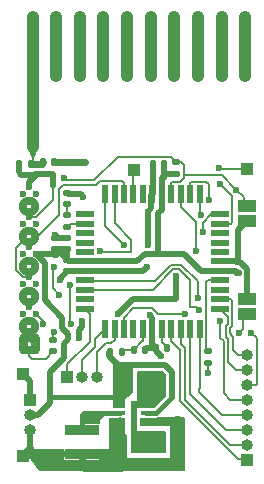
<source format=gbr>
%TF.GenerationSoftware,KiCad,Pcbnew,8.0.9-8.0.9-0~ubuntu22.04.1*%
%TF.CreationDate,2025-05-09T09:37:54+02:00*%
%TF.ProjectId,HB_Stamp_IO_ATMega1284P_FUEL4EP,48425f53-7461-46d7-905f-494f5f41544d,1.1*%
%TF.SameCoordinates,Original*%
%TF.FileFunction,Copper,L1,Top*%
%TF.FilePolarity,Positive*%
%FSLAX46Y46*%
G04 Gerber Fmt 4.6, Leading zero omitted, Abs format (unit mm)*
G04 Created by KiCad (PCBNEW 8.0.9-8.0.9-0~ubuntu22.04.1) date 2025-05-09 09:37:54*
%MOMM*%
%LPD*%
G01*
G04 APERTURE LIST*
G04 Aperture macros list*
%AMRoundRect*
0 Rectangle with rounded corners*
0 $1 Rounding radius*
0 $2 $3 $4 $5 $6 $7 $8 $9 X,Y pos of 4 corners*
0 Add a 4 corners polygon primitive as box body*
4,1,4,$2,$3,$4,$5,$6,$7,$8,$9,$2,$3,0*
0 Add four circle primitives for the rounded corners*
1,1,$1+$1,$2,$3*
1,1,$1+$1,$4,$5*
1,1,$1+$1,$6,$7*
1,1,$1+$1,$8,$9*
0 Add four rect primitives between the rounded corners*
20,1,$1+$1,$2,$3,$4,$5,0*
20,1,$1+$1,$4,$5,$6,$7,0*
20,1,$1+$1,$6,$7,$8,$9,0*
20,1,$1+$1,$8,$9,$2,$3,0*%
%AMOutline4P*
0 Free polygon, 4 corners , with rotation*
0 The origin of the aperture is its center*
0 number of corners: always 4*
0 $1 to $8 corner X, Y*
0 $9 Rotation angle, in degrees counterclockwise*
0 create outline with 4 corners*
4,1,4,$1,$2,$3,$4,$5,$6,$7,$8,$1,$2,$9*%
%AMFreePoly0*
4,1,48,0.039158,0.847433,0.114805,0.827164,0.182628,0.788006,0.238006,0.732628,0.277164,0.664805,0.297433,0.589158,0.300000,0.550000,0.300000,-0.550000,0.297433,-0.589158,0.277164,-0.664805,0.238006,-0.732628,0.182628,-0.788006,0.114805,-0.827164,0.039158,-0.847433,0.000000,-0.850000,-1.100000,-0.850000,-1.139158,-0.847433,-1.214805,-0.827164,-1.282628,-0.788006,-1.338006,-0.732628,
-1.377164,-0.664805,-1.397433,-0.589158,-1.400000,-0.550000,-1.400000,0.000000,-0.705291,0.000000,-0.684486,-0.077646,-0.627646,-0.134486,-0.550000,-0.155291,-0.472354,-0.134486,-0.415514,-0.077646,-0.394709,0.000000,-0.415514,0.077645,-0.472354,0.134486,-0.550000,0.155291,-0.627645,0.134486,-0.684486,0.077645,-0.705291,0.000000,-1.400000,0.000000,-1.400000,0.550000,-1.397433,0.589158,
-1.377164,0.664805,-1.338006,0.732628,-1.282628,0.788006,-1.214805,0.827164,-1.139158,0.847433,-1.100000,0.850000,0.000000,0.850000,0.039158,0.847433,0.039158,0.847433,$1*%
%AMFreePoly1*
4,1,49,0.052363,0.295344,0.088849,0.295344,0.262664,0.258398,0.425000,0.186122,0.568761,0.081673,0.687664,-0.050383,0.776514,-0.204274,0.831425,-0.373275,0.850000,-0.550000,0.831425,-0.726725,0.776514,-0.895726,0.687664,-1.049617,0.568761,-1.181673,0.425000,-1.286122,0.262664,-1.358398,0.088849,-1.395344,-0.088849,-1.395344,-0.262664,-1.358398,-0.425000,-1.286122,-0.568761,-1.181673,
-0.687664,-1.049617,-0.776514,-0.895726,-0.831425,-0.726725,-0.850000,-0.550000,-0.155291,-0.550000,-0.134486,-0.627646,-0.077646,-0.684486,0.000000,-0.705291,0.077646,-0.684486,0.134486,-0.627646,0.155291,-0.550000,0.134486,-0.472355,0.077646,-0.415514,0.000000,-0.394709,-0.077645,-0.415514,-0.134486,-0.472355,-0.155291,-0.550000,-0.850000,-0.550000,-0.831425,-0.373275,-0.776514,-0.204274,
-0.687664,-0.050383,-0.568761,0.081673,-0.425000,0.186122,-0.262664,0.258398,-0.088849,0.295344,-0.052363,0.295344,-0.052094,0.295442,0.052094,0.295442,0.052363,0.295344,0.052363,0.295344,$1*%
G04 Aperture macros list end*
%TA.AperFunction,EtchedComponent*%
%ADD10C,1.000000*%
%TD*%
%TA.AperFunction,EtchedComponent*%
%ADD11C,0.000000*%
%TD*%
%TA.AperFunction,SMDPad,CuDef*%
%ADD12R,1.000000X1.000000*%
%TD*%
%TA.AperFunction,SMDPad,CuDef*%
%ADD13RoundRect,0.147500X-0.172500X0.147500X-0.172500X-0.147500X0.172500X-0.147500X0.172500X0.147500X0*%
%TD*%
%TA.AperFunction,SMDPad,CuDef*%
%ADD14RoundRect,0.140000X0.170000X-0.140000X0.170000X0.140000X-0.170000X0.140000X-0.170000X-0.140000X0*%
%TD*%
%TA.AperFunction,SMDPad,CuDef*%
%ADD15RoundRect,0.135000X0.185000X-0.135000X0.185000X0.135000X-0.185000X0.135000X-0.185000X-0.135000X0*%
%TD*%
%TA.AperFunction,SMDPad,CuDef*%
%ADD16RoundRect,0.140000X-0.140000X-0.170000X0.140000X-0.170000X0.140000X0.170000X-0.140000X0.170000X0*%
%TD*%
%TA.AperFunction,SMDPad,CuDef*%
%ADD17RoundRect,0.135000X-0.135000X-0.185000X0.135000X-0.185000X0.135000X0.185000X-0.135000X0.185000X0*%
%TD*%
%TA.AperFunction,SMDPad,CuDef*%
%ADD18RoundRect,0.250000X-0.250000X-0.475000X0.250000X-0.475000X0.250000X0.475000X-0.250000X0.475000X0*%
%TD*%
%TA.AperFunction,SMDPad,CuDef*%
%ADD19RoundRect,0.140000X0.140000X0.170000X-0.140000X0.170000X-0.140000X-0.170000X0.140000X-0.170000X0*%
%TD*%
%TA.AperFunction,SMDPad,CuDef*%
%ADD20R,3.000000X0.900000*%
%TD*%
%TA.AperFunction,SMDPad,CuDef*%
%ADD21RoundRect,0.100000X0.350000X0.100000X-0.350000X0.100000X-0.350000X-0.100000X0.350000X-0.100000X0*%
%TD*%
%TA.AperFunction,SMDPad,CuDef*%
%ADD22R,0.550000X1.500000*%
%TD*%
%TA.AperFunction,SMDPad,CuDef*%
%ADD23R,1.500000X0.550000*%
%TD*%
%TA.AperFunction,ComponentPad*%
%ADD24R,1.000000X1.000000*%
%TD*%
%TA.AperFunction,ComponentPad*%
%ADD25O,1.000000X1.000000*%
%TD*%
%TA.AperFunction,ComponentPad*%
%ADD26C,1.000000*%
%TD*%
%TA.AperFunction,SMDPad,CuDef*%
%ADD27Outline4P,-0.350000X-0.400000X0.350000X-0.400000X0.050000X0.400000X-0.050000X0.400000X180.000000*%
%TD*%
%TA.AperFunction,SMDPad,CuDef*%
%ADD28C,0.600000*%
%TD*%
%TA.AperFunction,SMDPad,CuDef*%
%ADD29FreePoly0,180.000000*%
%TD*%
%TA.AperFunction,SMDPad,CuDef*%
%ADD30FreePoly1,180.000000*%
%TD*%
%TA.AperFunction,SMDPad,CuDef*%
%ADD31RoundRect,0.140000X-0.170000X0.140000X-0.170000X-0.140000X0.170000X-0.140000X0.170000X0.140000X0*%
%TD*%
%TA.AperFunction,SMDPad,CuDef*%
%ADD32R,1.500000X1.000000*%
%TD*%
%TA.AperFunction,SMDPad,CuDef*%
%ADD33RoundRect,0.135000X-0.185000X0.135000X-0.185000X-0.135000X0.185000X-0.135000X0.185000X0.135000X0*%
%TD*%
%TA.AperFunction,SMDPad,CuDef*%
%ADD34RoundRect,0.147500X0.147500X0.172500X-0.147500X0.172500X-0.147500X-0.172500X0.147500X-0.172500X0*%
%TD*%
%TA.AperFunction,SMDPad,CuDef*%
%ADD35C,0.500000*%
%TD*%
%TA.AperFunction,ViaPad*%
%ADD36C,0.600000*%
%TD*%
%TA.AperFunction,Conductor*%
%ADD37C,0.200000*%
%TD*%
%TA.AperFunction,Conductor*%
%ADD38C,0.500000*%
%TD*%
%TA.AperFunction,Conductor*%
%ADD39C,0.400000*%
%TD*%
%TA.AperFunction,Conductor*%
%ADD40C,0.600000*%
%TD*%
G04 APERTURE END LIST*
D10*
%TO.C,AE1*%
X2049000Y27861500D02*
X2049000Y38861500D01*
X4049000Y38861500D02*
X4049000Y33861500D01*
X6049000Y38861500D02*
X6049000Y33861500D01*
X8049000Y38861500D02*
X8049000Y33861500D01*
X10049000Y38861500D02*
X10049000Y33861500D01*
X12049000Y38861500D02*
X12049000Y33861500D01*
X14049000Y38861500D02*
X14049000Y33861500D01*
X16049000Y38861500D02*
X16049000Y33861500D01*
X18049000Y38861500D02*
X18049000Y33861500D01*
X20049000Y38861500D02*
X20049000Y33861500D01*
D11*
%TA.AperFunction,EtchedComponent*%
%TO.C,NT1*%
G36*
X4060000Y24544400D02*
G01*
X3560000Y24544400D01*
X3560000Y25544400D01*
X4060000Y25544400D01*
X4060000Y24544400D01*
G37*
%TD.AperFunction*%
%TD*%
D12*
%TO.P,TP3,1,1*%
%TO.N,Net-(U1-XTAL1)*%
X10600000Y25900000D03*
%TD*%
D13*
%TO.P,D1,1,K*%
%TO.N,GND*%
X4953000Y23980000D03*
%TO.P,D1,2,A*%
%TO.N,Net-(D1-A)*%
X4953000Y23010000D03*
%TD*%
D14*
%TO.P,C1,1*%
%TO.N,/DTR*%
X3810000Y10569000D03*
%TO.P,C1,2*%
%TO.N,/RSETB*%
X3810000Y11529000D03*
%TD*%
D15*
%TO.P,R4,1*%
%TO.N,Net-(U1-PD4)*%
X4951000Y21080000D03*
%TO.P,R4,2*%
%TO.N,Net-(D1-A)*%
X4951000Y22100000D03*
%TD*%
%TO.P,R1,1*%
%TO.N,VCC*%
X14224000Y25525000D03*
%TO.P,R1,2*%
%TO.N,/RSETB*%
X14224000Y26545000D03*
%TD*%
D16*
%TO.P,C2,1*%
%TO.N,GND*%
X12506000Y10829000D03*
%TO.P,C2,2*%
%TO.N,Net-(U1-AREF)*%
X13466000Y10829000D03*
%TD*%
D14*
%TO.P,C4,1*%
%TO.N,VCC*%
X19429000Y17173000D03*
%TO.P,C4,2*%
%TO.N,GND*%
X19429000Y18133000D03*
%TD*%
D16*
%TO.P,C6,1*%
%TO.N,GND*%
X12220000Y25400000D03*
%TO.P,C6,2*%
%TO.N,VCC*%
X13180000Y25400000D03*
%TD*%
%TO.P,C8,1*%
%TO.N,Net-(U1-AVCC)*%
X10601000Y10702000D03*
%TO.P,C8,2*%
%TO.N,GND*%
X11561000Y10702000D03*
%TD*%
D17*
%TO.P,R2,1*%
%TO.N,VCC*%
X8583200Y10515600D03*
%TO.P,R2,2*%
%TO.N,Net-(U1-AVCC)*%
X9603200Y10515600D03*
%TD*%
D18*
%TO.P,C5,1*%
%TO.N,/plusBAT*%
X9575000Y2810000D03*
%TO.P,C5,2*%
%TO.N,GND*%
X11475000Y2810000D03*
%TD*%
D14*
%TO.P,C11,1*%
%TO.N,VCC*%
X4953000Y19205000D03*
%TO.P,C11,2*%
%TO.N,GND*%
X4953000Y20165000D03*
%TD*%
%TO.P,C12,1*%
%TO.N,VCC*%
X3937000Y19205000D03*
%TO.P,C12,2*%
%TO.N,GND*%
X3937000Y20165000D03*
%TD*%
D19*
%TO.P,C13,1*%
%TO.N,/ANT*%
X3909000Y26543000D03*
%TO.P,C13,2*%
%TO.N,Net-(AE1-A)*%
X2949000Y26543000D03*
%TD*%
D20*
%TO.P,L1,1,1*%
%TO.N,/plusBAT*%
X6207000Y1821000D03*
%TO.P,L1,2,2*%
%TO.N,/L*%
X6207000Y3921000D03*
%TD*%
D21*
%TO.P,U2,1,VIN*%
%TO.N,/plusBAT*%
X11625000Y4700000D03*
%TO.P,U2,2,FB*%
%TO.N,VCC*%
X11625000Y5350000D03*
%TO.P,U2,3,GND*%
%TO.N,GND*%
X11625000Y6000000D03*
%TO.P,U2,4,VOUT*%
%TO.N,VCC*%
X9425000Y6000000D03*
%TO.P,U2,5,L*%
%TO.N,/L*%
X9425000Y5350000D03*
%TO.P,U2,6,EN*%
%TO.N,/plusBAT*%
X9425000Y4700000D03*
%TD*%
D18*
%TO.P,C9,1*%
%TO.N,VCC*%
X9575000Y8144000D03*
%TO.P,C9,2*%
%TO.N,GND*%
X11475000Y8144000D03*
%TD*%
D22*
%TO.P,U1,1,PB5*%
%TO.N,/MOSI*%
X16190000Y23861000D03*
%TO.P,U1,2,PB6*%
%TO.N,/MISO*%
X15390000Y23861000D03*
%TO.P,U1,3,PB7*%
%TO.N,/SCK*%
X14590000Y23861000D03*
%TO.P,U1,4,~{RESET}*%
%TO.N,/RSETB*%
X13790000Y23861000D03*
%TO.P,U1,5,VCC*%
%TO.N,VCC*%
X12990000Y23861000D03*
%TO.P,U1,6,GND*%
%TO.N,GND*%
X12190000Y23861000D03*
%TO.P,U1,7,XTAL2*%
%TO.N,unconnected-(U1-XTAL2-Pad7)*%
X11390000Y23861000D03*
%TO.P,U1,8,XTAL1*%
%TO.N,Net-(U1-XTAL1)*%
X10590000Y23861000D03*
%TO.P,U1,9,PD0*%
%TO.N,/RXD0*%
X9790000Y23861000D03*
%TO.P,U1,10,PD1*%
%TO.N,/TXD0*%
X8990000Y23861000D03*
%TO.P,U1,11,PD2*%
%TO.N,/D2*%
X8190000Y23861000D03*
D23*
%TO.P,U1,12,PD3*%
%TO.N,unconnected-(U1-PD3-Pad12)*%
X6490000Y22161000D03*
%TO.P,U1,13,PD4*%
%TO.N,Net-(U1-PD4)*%
X6490000Y21361000D03*
%TO.P,U1,14,PD5*%
%TO.N,unconnected-(U1-PD5-Pad14)*%
X6490000Y20561000D03*
%TO.P,U1,15,PD6*%
%TO.N,unconnected-(U1-PD6-Pad15)*%
X6490000Y19761000D03*
%TO.P,U1,16,PD7*%
%TO.N,unconnected-(U1-PD7-Pad16)*%
X6490000Y18961000D03*
%TO.P,U1,17,VCC*%
%TO.N,VCC*%
X6490000Y18161000D03*
%TO.P,U1,18,GND*%
%TO.N,GND*%
X6490000Y17361000D03*
%TO.P,U1,19,PC0*%
%TO.N,/SCL*%
X6490000Y16561000D03*
%TO.P,U1,20,PC1*%
%TO.N,/SDA*%
X6490000Y15761000D03*
%TO.P,U1,21,PC2*%
%TO.N,unconnected-(U1-PC2-Pad21)*%
X6490000Y14961000D03*
%TO.P,U1,22,PC3*%
%TO.N,/C3*%
X6490000Y14161000D03*
D22*
%TO.P,U1,23,PC4*%
%TO.N,/C4*%
X8190000Y12461000D03*
%TO.P,U1,24,PC5*%
%TO.N,/C5*%
X8990000Y12461000D03*
%TO.P,U1,25,PC6*%
%TO.N,/CONFIG*%
X9790000Y12461000D03*
%TO.P,U1,26,PC7*%
%TO.N,unconnected-(U1-PC7-Pad26)*%
X10590000Y12461000D03*
%TO.P,U1,27,AVCC*%
%TO.N,Net-(U1-AVCC)*%
X11390000Y12461000D03*
%TO.P,U1,28,GND*%
%TO.N,GND*%
X12190000Y12461000D03*
%TO.P,U1,29,AREF*%
%TO.N,Net-(U1-AREF)*%
X12990000Y12461000D03*
%TO.P,U1,30,PA7*%
%TO.N,/A7*%
X13790000Y12461000D03*
%TO.P,U1,31,PA6*%
%TO.N,/A6*%
X14590000Y12461000D03*
%TO.P,U1,32,PA5*%
%TO.N,/A5*%
X15390000Y12461000D03*
%TO.P,U1,33,PA4*%
%TO.N,/A4*%
X16190000Y12461000D03*
D23*
%TO.P,U1,34,PA3*%
%TO.N,/A3*%
X17890000Y14161000D03*
%TO.P,U1,35,PA2*%
%TO.N,/A2*%
X17890000Y14961000D03*
%TO.P,U1,36,PA1*%
%TO.N,unconnected-(U1-PA1-Pad36)*%
X17890000Y15761000D03*
%TO.P,U1,37,PA0*%
%TO.N,Net-(U1-PA0)*%
X17890000Y16561000D03*
%TO.P,U1,38,VCC*%
%TO.N,VCC*%
X17890000Y17361000D03*
%TO.P,U1,39,GND*%
%TO.N,GND*%
X17890000Y18161000D03*
%TO.P,U1,40,PB0*%
%TO.N,unconnected-(U1-PB0-Pad40)*%
X17890000Y18961000D03*
%TO.P,U1,41,PB1*%
%TO.N,unconnected-(U1-PB1-Pad41)*%
X17890000Y19761000D03*
%TO.P,U1,42,PB2*%
%TO.N,unconnected-(U1-PB2-Pad42)*%
X17890000Y20561000D03*
%TO.P,U1,43,PB3*%
%TO.N,/B3*%
X17890000Y21361000D03*
%TO.P,U1,44,PB4*%
%TO.N,/SS*%
X17890000Y22161000D03*
%TD*%
D19*
%TO.P,C3,1*%
%TO.N,VCC*%
X13180000Y26416000D03*
%TO.P,C3,2*%
%TO.N,GND*%
X12220000Y26416000D03*
%TD*%
D24*
%TO.P,J1,1,Pin_1*%
%TO.N,GND*%
X1828800Y6451600D03*
D25*
%TO.P,J1,2,Pin_2*%
%TO.N,VCC*%
X1828800Y5181600D03*
%TO.P,J1,3,Pin_3*%
%TO.N,/plusBAT*%
X1828800Y3911600D03*
%TD*%
D26*
%TO.P,AE1,*%
%TO.N,*%
X2049000Y38861500D03*
X4049000Y38861500D03*
X4049000Y33861500D03*
X6049000Y38861500D03*
X6049000Y33861500D03*
X8049000Y38861500D03*
X8049000Y33861500D03*
X10049000Y38861500D03*
X10049000Y33861500D03*
X12049000Y38861500D03*
X12049000Y33861500D03*
X14049000Y38861500D03*
X14049000Y33861500D03*
X16049000Y38861500D03*
X16049000Y33861500D03*
X18049000Y38861500D03*
X18049000Y33861500D03*
X20049000Y38861500D03*
X20049000Y33861500D03*
D27*
%TO.P,AE1,1,A*%
%TO.N,Net-(AE1-A)*%
X2049000Y27161500D03*
%TD*%
D24*
%TO.P,J5,1,Pin_1*%
%TO.N,/C3*%
X4978400Y8382000D03*
D25*
%TO.P,J5,2,Pin_2*%
%TO.N,/C4*%
X6248400Y8382000D03*
%TO.P,J5,3,Pin_3*%
%TO.N,/C5*%
X7518400Y8382000D03*
%TD*%
D24*
%TO.P,J6,1,Pin_1*%
%TO.N,/B3*%
X20167600Y26009600D03*
%TD*%
D28*
%TO.P,J2,1,Pin_1*%
%TO.N,/DTR*%
X2328000Y11176000D03*
X1778000Y10626000D03*
X1778000Y11726000D03*
D29*
X1228000Y11176000D03*
D28*
%TO.P,J2,2,Pin_2*%
%TO.N,/TXD0*%
X2328000Y13716000D03*
D30*
X1778000Y13166000D03*
D28*
X1778000Y14266000D03*
X1228000Y13716000D03*
%TO.P,J2,3,Pin_3*%
%TO.N,/RXD0*%
X2328000Y16256000D03*
D30*
X1778000Y15706000D03*
D28*
X1778000Y16806000D03*
X1228000Y16256000D03*
%TO.P,J2,4,Pin_4*%
%TO.N,VCC*%
X2328000Y18796000D03*
D30*
X1778000Y18246000D03*
D28*
X1778000Y19346000D03*
X1228000Y18796000D03*
%TO.P,J2,5,Pin_5*%
%TO.N,/CTS*%
X2328000Y21336000D03*
D30*
X1778000Y20786000D03*
D28*
X1778000Y21886000D03*
X1228000Y21336000D03*
%TO.P,J2,6,Pin_6*%
%TO.N,GND*%
X2328000Y23876000D03*
D30*
X1778000Y23326000D03*
D28*
X1778000Y24426000D03*
X1228000Y23876000D03*
%TD*%
D24*
%TO.P,J4,1,Pin_1*%
%TO.N,/A7*%
X20167600Y1371600D03*
D25*
%TO.P,J4,2,Pin_2*%
%TO.N,/A6*%
X20167600Y2641600D03*
%TO.P,J4,3,Pin_3*%
%TO.N,/A5*%
X20167600Y3911600D03*
%TO.P,J4,4,Pin_4*%
%TO.N,/A4*%
X20167600Y5181600D03*
%TO.P,J4,5,Pin_5*%
%TO.N,/SCL*%
X20167600Y6451600D03*
%TO.P,J4,6,Pin_6*%
%TO.N,/SDA*%
X20167600Y7721600D03*
%TO.P,J4,7,Pin_7*%
%TO.N,/A3*%
X20167600Y8991600D03*
%TO.P,J4,8,Pin_8*%
%TO.N,/A2*%
X20167600Y10261600D03*
%TD*%
D31*
%TO.P,C7,1*%
%TO.N,VCC*%
X4985000Y18294000D03*
%TO.P,C7,2*%
%TO.N,GND*%
X4985000Y17334000D03*
%TD*%
D32*
%TO.P,JP2,1,A*%
%TO.N,/CONFIG*%
X20193000Y13701000D03*
%TO.P,JP2,2,B*%
%TO.N,GND*%
X20193000Y15001000D03*
%TD*%
%TO.P,JP1,1,A*%
%TO.N,GND*%
X20193000Y21575000D03*
%TO.P,JP1,2,B*%
%TO.N,/RSETB*%
X20193000Y22875000D03*
%TD*%
D33*
%TO.P,R3,1*%
%TO.N,Net-(U1-PA0)*%
X16865600Y10568400D03*
%TO.P,R3,2*%
%TO.N,/plusBAT*%
X16865600Y9548400D03*
%TD*%
D12*
%TO.P,TP2,1,1*%
%TO.N,/plusBAT*%
X1270000Y1727200D03*
%TD*%
D34*
%TO.P,L2,1,1*%
%TO.N,Net-(AE1-A)*%
X1882000Y26416000D03*
%TO.P,L2,2,2*%
%TO.N,GND*%
X912000Y26416000D03*
%TD*%
D35*
%TO.P,NT1,1,1*%
%TO.N,GND*%
X3810000Y25544400D03*
%TO.P,NT1,2,2*%
%TO.N,/CTS*%
X3810000Y24544400D03*
%TD*%
D12*
%TO.P,TP1,1,1*%
%TO.N,GND*%
X1270000Y8636000D03*
%TD*%
D36*
%TO.N,GND*%
X11957454Y13615936D03*
X14224000Y16891000D03*
X12943781Y10146292D03*
X3979911Y20404089D03*
X12700000Y8382000D03*
X6259600Y13081000D03*
X11811000Y19558000D03*
X19431000Y19177000D03*
X5969000Y11684000D03*
X11747500Y17716500D03*
X2413000Y25527000D03*
X9271000Y13716000D03*
X6350000Y23622000D03*
X4345247Y16549501D03*
X12700000Y7239000D03*
X11811000Y22352000D03*
%TO.N,/SS*%
X16474855Y20670249D03*
%TO.N,/D2*%
X9779000Y19558000D03*
%TO.N,/SCL*%
X16044911Y15070089D03*
X17932400Y13157200D03*
%TO.N,/SDA*%
X16154400Y14020800D03*
X20574000Y12090400D03*
%TO.N,/MOSI*%
X16282502Y22098000D03*
%TO.N,/SCK*%
X4318000Y15350001D03*
X3827500Y17653000D03*
X15875355Y19048111D03*
%TO.N,/MISO*%
X16964502Y23368000D03*
%TO.N,VCC*%
X4699000Y10795000D03*
X4064001Y18668999D03*
%TO.N,/plusBAT*%
X14351000Y4826000D03*
X16865600Y8686800D03*
X12828000Y4700000D03*
X8763000Y3937000D03*
%TO.N,/CONFIG*%
X19558000Y12141200D03*
X14986000Y13716000D03*
%TO.N,/RSETB*%
X3859055Y12227500D03*
X19304922Y24235517D03*
X4734500Y25237500D03*
%TO.N,/TXD0*%
X2923399Y12866436D03*
X7747000Y19050000D03*
X5210925Y16153427D03*
X5334000Y12827000D03*
%TO.N,/ANT*%
X6477000Y26543000D03*
%TO.N,/B3*%
X17881600Y24739598D03*
X17847833Y26090400D03*
%TD*%
D37*
%TO.N,Net-(U1-XTAL1)*%
X10590000Y23861000D02*
X10590000Y25890000D01*
%TO.N,/RSETB*%
X14224000Y26545000D02*
X13743000Y27026000D01*
X13743000Y27026000D02*
X9246000Y27026000D01*
X9246000Y27026000D02*
X7239000Y25019000D01*
X4953000Y25019000D02*
X4734500Y25237500D01*
X7239000Y25019000D02*
X4953000Y25019000D01*
D38*
%TO.N,GND*%
X19613386Y18133000D02*
X20193000Y17553386D01*
X5098501Y23834499D02*
X6137501Y23834499D01*
X12190000Y11145000D02*
X12506000Y10829000D01*
X11688000Y10829000D02*
X11561000Y10702000D01*
X12220000Y25400000D02*
X12220000Y23891000D01*
X1828800Y8077200D02*
X1270000Y8636000D01*
X12115000Y23786000D02*
X12115000Y22661000D01*
X19431000Y19177000D02*
X19431000Y20813000D01*
X12220000Y23891000D02*
X12190000Y23861000D01*
X4345247Y16694247D02*
X4345247Y16549501D01*
X912000Y25713007D02*
X1106007Y25519000D01*
D39*
X10525000Y3760000D02*
X10525000Y5750000D01*
D38*
X2405000Y25519000D02*
X2413000Y25527000D01*
X4953000Y20165000D02*
X4219000Y20165000D01*
X12115000Y22661000D02*
X11806000Y22352000D01*
X11392000Y17361000D02*
X11747500Y17716500D01*
X10541000Y14986000D02*
X14224000Y14986000D01*
X12220000Y26416000D02*
X12220000Y25400000D01*
X12190000Y12461000D02*
X12190000Y13383390D01*
X19429000Y18133000D02*
X19613386Y18133000D01*
X17890000Y18161000D02*
X19401000Y18161000D01*
X3810000Y25544400D02*
X2430400Y25544400D01*
X11625000Y6917000D02*
X11625000Y7994000D01*
X20193000Y17553386D02*
X20193000Y15001000D01*
X12462000Y8144000D02*
X12700000Y8382000D01*
D39*
X10775000Y6000000D02*
X11625000Y6000000D01*
D38*
X4219000Y20165000D02*
X3979911Y20404089D01*
X12190000Y12461000D02*
X12190000Y11145000D01*
X19431000Y19177000D02*
X19431000Y18135000D01*
X912000Y26416000D02*
X912000Y25713007D01*
X12506000Y10829000D02*
X12506000Y10584073D01*
X4953000Y23980000D02*
X5098501Y23834499D01*
X5969000Y11684000D02*
X5969000Y12319000D01*
X11806000Y22352000D02*
X11811000Y22352000D01*
X11811000Y22352000D02*
X11811000Y19558000D01*
X11625000Y6000000D02*
X11625000Y6917000D01*
D39*
X10525000Y5750000D02*
X10775000Y6000000D01*
D38*
X1106007Y25519000D02*
X2405000Y25519000D01*
X6490000Y17361000D02*
X5012000Y17361000D01*
X19431000Y20813000D02*
X20193000Y21575000D01*
X12190000Y13383390D02*
X11957454Y13615936D01*
X5969000Y12319000D02*
X6259600Y12609600D01*
X2430400Y25544400D02*
X2413000Y25527000D01*
X1778000Y24892000D02*
X2413000Y25527000D01*
X1828800Y6451600D02*
X1828800Y8077200D01*
X6259600Y12609600D02*
X6259600Y13081000D01*
X9271000Y13716000D02*
X10541000Y14986000D01*
X12700000Y8382000D02*
X12700000Y7239000D01*
X4985000Y17334000D02*
X4345247Y16694247D01*
X12506000Y10829000D02*
X11688000Y10829000D01*
X11475000Y8144000D02*
X12462000Y8144000D01*
X1778000Y24426000D02*
X1778000Y24892000D01*
X12190000Y23861000D02*
X12115000Y23786000D01*
X14224000Y14986000D02*
X14224000Y16891000D01*
X12506000Y10584073D02*
X12943781Y10146292D01*
D39*
X11475000Y2810000D02*
X10525000Y3760000D01*
D38*
X6490000Y17361000D02*
X11392000Y17361000D01*
X6137501Y23834499D02*
X6350000Y23622000D01*
D40*
%TO.N,Net-(AE1-A)*%
X2413000Y26416000D02*
X2822000Y26416000D01*
X1882000Y26416000D02*
X2413000Y26416000D01*
D37*
X2049000Y26780000D02*
X2049000Y27062000D01*
X2049000Y27161500D02*
X2049000Y26306000D01*
D40*
X2822000Y26416000D02*
X2949000Y26543000D01*
D37*
%TO.N,/SS*%
X17193324Y22161000D02*
X16474855Y21442531D01*
X16474855Y21442531D02*
X16474855Y20670249D01*
X17890000Y22161000D02*
X17193324Y22161000D01*
%TO.N,/D2*%
X8190000Y21147000D02*
X9779000Y19558000D01*
X8190000Y23861000D02*
X8190000Y21147000D01*
%TO.N,/SCL*%
X17932400Y11716191D02*
X18226800Y11421791D01*
X13810199Y17890001D02*
X14637801Y17890001D01*
X17932400Y13157200D02*
X17932400Y11716191D01*
X12388697Y16468499D02*
X13810199Y17890001D01*
X18226800Y11421791D02*
X18226800Y7020800D01*
X16044911Y16482891D02*
X16044911Y15070089D01*
X14637801Y17890001D02*
X16044911Y16482891D01*
X6582501Y16468499D02*
X12388697Y16468499D01*
X18226800Y7020800D02*
X18796000Y6451600D01*
X18796000Y6451600D02*
X20167600Y6451600D01*
%TO.N,/SDA*%
X15856900Y14318300D02*
X16154400Y14020800D01*
X14472322Y17490500D02*
X15371930Y16590892D01*
X13975678Y17490500D02*
X14472322Y17490500D01*
X20929600Y7721600D02*
X21018400Y7810400D01*
X12246178Y15761000D02*
X13975678Y17490500D01*
X15371930Y14318300D02*
X15856900Y14318300D01*
X6490000Y15761000D02*
X12246178Y15761000D01*
X15371930Y16590892D02*
X15371930Y14318300D01*
X21018400Y7810400D02*
X21018400Y11646000D01*
X21018400Y11646000D02*
X20574000Y12090400D01*
X20167600Y7721600D02*
X20929600Y7721600D01*
%TO.N,Net-(U1-AREF)*%
X12990000Y11305000D02*
X13466000Y10829000D01*
X12990000Y12461000D02*
X12990000Y11305000D01*
%TO.N,Net-(U1-AVCC)*%
X9789600Y10702000D02*
X9603200Y10515600D01*
X10601000Y10702000D02*
X9789600Y10702000D01*
X11390000Y11407112D02*
X11333858Y11407112D01*
X11333858Y11407112D02*
X10628746Y10702000D01*
X11390000Y12461000D02*
X11390000Y11407112D01*
%TO.N,Net-(D1-A)*%
X4951000Y22100000D02*
X4951000Y23008000D01*
%TO.N,/MOSI*%
X16190000Y22190502D02*
X16282502Y22098000D01*
X16190000Y23861000D02*
X16190000Y22190502D01*
%TO.N,/SCK*%
X14590000Y22748000D02*
X15875355Y21462645D01*
X15875355Y21462645D02*
X15875355Y19048111D01*
X14590000Y23861000D02*
X14590000Y22748000D01*
X4318000Y15350001D02*
X3745747Y15922254D01*
X3745747Y15922254D02*
X3745747Y17571247D01*
X3745747Y17571247D02*
X3827500Y17653000D01*
%TO.N,/MISO*%
X16765000Y24911000D02*
X15490000Y24911000D01*
X15490000Y24911000D02*
X15390000Y24811000D01*
X16964502Y23368000D02*
X16964502Y24711498D01*
X16964502Y24711498D02*
X16765000Y24911000D01*
X15390000Y24811000D02*
X15390000Y23861000D01*
D38*
%TO.N,VCC*%
X4985000Y18383000D02*
X4381501Y18986499D01*
X6490000Y18161000D02*
X5118000Y18161000D01*
X3078000Y14872954D02*
X3078000Y18046000D01*
X12700000Y18923000D02*
X12802498Y18820502D01*
X19241000Y17361000D02*
X19429000Y17173000D01*
X12700000Y22256756D02*
X12990000Y22546756D01*
X5118000Y18161000D02*
X4985000Y18294000D01*
X4584500Y13366454D02*
X3078000Y14872954D01*
X13827000Y6702000D02*
X13827000Y8812000D01*
X13286000Y9353000D02*
X9575000Y9353000D01*
X12700000Y22256756D02*
X12700000Y18923000D01*
X13305000Y25525000D02*
X13180000Y25400000D01*
D39*
X9425000Y6704000D02*
X3529000Y6704000D01*
D38*
X12790496Y18808500D02*
X12802498Y18820502D01*
X4699000Y11176000D02*
X4699000Y10795000D01*
X8583200Y10515600D02*
X8547000Y10479400D01*
X14865412Y18820502D02*
X16324914Y17361000D01*
X4699000Y10795000D02*
X4699000Y10002600D01*
X9575000Y9353000D02*
X9575000Y8144000D01*
D39*
X11625000Y5350000D02*
X12475000Y5350000D01*
D38*
X3937000Y19205000D02*
X4953000Y19205000D01*
X2328000Y18796000D02*
X3937000Y18796000D01*
X17890000Y17361000D02*
X19241000Y17361000D01*
X4584500Y12516546D02*
X4584500Y13366454D01*
X3937000Y18796000D02*
X4064001Y18668999D01*
X3529000Y8832600D02*
X3529000Y6704000D01*
X11569500Y18808500D02*
X12790496Y18808500D01*
X4600002Y19205000D02*
X4381501Y18986499D01*
X4953000Y19205000D02*
X4600002Y19205000D01*
X5080000Y11557000D02*
X4699000Y11176000D01*
X4985000Y18294000D02*
X4985000Y18383000D01*
X2535906Y5181600D02*
X3529000Y6174694D01*
D39*
X12475000Y5350000D02*
X13827000Y6702000D01*
D38*
X16324914Y17361000D02*
X17890000Y17361000D01*
X13180000Y25400000D02*
X12990000Y25210000D01*
X13180000Y26416000D02*
X13180000Y25400000D01*
X3937000Y19205000D02*
X3937000Y18796000D01*
X3529000Y6174694D02*
X3529000Y6704000D01*
D39*
X9454000Y9253000D02*
X9370000Y9337000D01*
D38*
X6490000Y18161000D02*
X10922000Y18161000D01*
X5080000Y11557000D02*
X5080000Y12021046D01*
X14224000Y25525000D02*
X13305000Y25525000D01*
X12802498Y18820502D02*
X14865412Y18820502D01*
X5080000Y12021046D02*
X4584500Y12516546D01*
X9425000Y6704000D02*
X9425000Y7994000D01*
X9370000Y9337000D02*
X8547000Y10160000D01*
X3078000Y18046000D02*
X2328000Y18796000D01*
X4953000Y19205000D02*
X4953000Y18326000D01*
X8547000Y10479400D02*
X8547000Y10160000D01*
X9425000Y6000000D02*
X9425000Y6704000D01*
X1828800Y5181600D02*
X2535906Y5181600D01*
X10922000Y18161000D02*
X11569500Y18808500D01*
X4699000Y10002600D02*
X3529000Y8832600D01*
X4381501Y18986499D02*
X4064001Y18668999D01*
X13827000Y8812000D02*
X13286000Y9353000D01*
X12990000Y25210000D02*
X12990000Y23861000D01*
X12990000Y22546756D02*
X12990000Y23861000D01*
%TO.N,/plusBAT*%
X9575000Y2810000D02*
X9575000Y3860000D01*
X2463800Y1727200D02*
X1828800Y2362200D01*
D40*
X6433000Y679000D02*
X6207000Y905000D01*
D38*
X1828800Y2362200D02*
X1828800Y3911600D01*
X9575000Y4550000D02*
X9425000Y4700000D01*
X8763000Y3937000D02*
X9498000Y3937000D01*
X9498000Y3937000D02*
X9575000Y3860000D01*
X14556000Y778000D02*
X14556000Y4367000D01*
D37*
X16865600Y9548400D02*
X16865600Y8686800D01*
D38*
X1270000Y1803400D02*
X1828800Y2362200D01*
X9603000Y651000D02*
X9575000Y679000D01*
D40*
X9575000Y2810000D02*
X9575000Y679000D01*
X6207000Y905000D02*
X6207000Y1821000D01*
D38*
X9575000Y3860000D02*
X9575000Y4550000D01*
X14429000Y651000D02*
X14556000Y778000D01*
X9425000Y4599000D02*
X8763000Y3937000D01*
X2463800Y1727200D02*
X1270000Y1727200D01*
X3512000Y679000D02*
X2463800Y1727200D01*
X14556000Y4367000D02*
X14223000Y4700000D01*
X9603000Y651000D02*
X14429000Y651000D01*
D39*
X3512000Y679000D02*
X6433000Y679000D01*
D38*
X9425000Y4700000D02*
X9425000Y4599000D01*
D39*
X11625000Y4700000D02*
X14223000Y4700000D01*
D40*
X9575000Y679000D02*
X6433000Y679000D01*
D37*
%TO.N,/CONFIG*%
X10594436Y14215436D02*
X12205776Y14215436D01*
X9790000Y12461000D02*
X9790000Y13411000D01*
X12705212Y13716000D02*
X14986000Y13716000D01*
X19830162Y13701000D02*
X19830162Y12413362D01*
X9790000Y13411000D02*
X10594436Y14215436D01*
X12205776Y14215436D02*
X12705212Y13716000D01*
X19830162Y12413362D02*
X19558000Y12141200D01*
%TO.N,/DTR*%
X1778000Y10160000D02*
X1778000Y10626000D01*
X2032000Y9906000D02*
X1778000Y10160000D01*
X3810000Y10541000D02*
X3175000Y9906000D01*
X3175000Y9906000D02*
X2032000Y9906000D01*
%TO.N,/RSETB*%
X19943000Y22875000D02*
X19943000Y23597439D01*
X14844000Y25209817D02*
X14844000Y25385000D01*
X14899400Y25440400D02*
X18100039Y25440400D01*
X18100039Y25440400D02*
X19304922Y24235517D01*
X14844000Y25385000D02*
X14899400Y25440400D01*
X3810000Y12178445D02*
X3859055Y12227500D01*
X19943000Y23597439D02*
X19304922Y24235517D01*
X14603000Y26545000D02*
X14224000Y26545000D01*
X13790000Y24811000D02*
X13890000Y24911000D01*
X14545183Y24911000D02*
X14844000Y25209817D01*
X13890000Y24911000D02*
X14545183Y24911000D01*
X14844000Y26304000D02*
X14603000Y26545000D01*
X13790000Y23861000D02*
X13790000Y24811000D01*
X3810000Y11529000D02*
X3810000Y12178445D01*
X14844000Y25385000D02*
X14844000Y26304000D01*
%TO.N,/RXD0*%
X9790000Y24811000D02*
X9790000Y23861000D01*
X4639638Y24619499D02*
X7404479Y24619499D01*
X1778000Y16806000D02*
X1228000Y16806000D01*
X2175255Y19955255D02*
X4318000Y22098000D01*
X628000Y19297000D02*
X1286255Y19955255D01*
X7404479Y24619499D02*
X7785479Y25000499D01*
X1228000Y16806000D02*
X628000Y17406000D01*
X1286255Y19955255D02*
X2175255Y19955255D01*
X7785479Y25000499D02*
X9600501Y25000499D01*
X9600501Y25000499D02*
X9790000Y24811000D01*
X4318000Y24297861D02*
X4639638Y24619499D01*
X4318000Y22098000D02*
X4318000Y24297861D01*
X628000Y17406000D02*
X628000Y19297000D01*
%TO.N,/TXD0*%
X8990000Y21436000D02*
X10414000Y20012000D01*
X2923399Y12866436D02*
X2923399Y13120601D01*
X10414000Y18923000D02*
X7874000Y18923000D01*
X7874000Y18923000D02*
X7747000Y19050000D01*
X5210925Y12950075D02*
X5334000Y12827000D01*
X2923399Y13120601D02*
X2328000Y13716000D01*
X10414000Y20012000D02*
X10414000Y18923000D01*
X5210925Y16153427D02*
X5210925Y12950075D01*
X8990000Y23861000D02*
X8990000Y21436000D01*
%TO.N,Net-(U1-PA0)*%
X16774400Y16395400D02*
X16774400Y10659600D01*
X17890000Y16561000D02*
X16940000Y16561000D01*
X16940000Y16561000D02*
X16774400Y16395400D01*
%TO.N,Net-(U1-PD4)*%
X5232000Y21361000D02*
X4951000Y21080000D01*
X6490000Y21361000D02*
X5232000Y21361000D01*
D39*
%TO.N,/L*%
X6207000Y5191000D02*
X6207000Y3921000D01*
X9425000Y5350000D02*
X6366000Y5350000D01*
X6366000Y5350000D02*
X6207000Y5191000D01*
D40*
%TO.N,/ANT*%
X6477000Y26543000D02*
X3909000Y26543000D01*
D37*
%TO.N,/CTS*%
X2328000Y21886000D02*
X1778000Y21886000D01*
X3810000Y24544400D02*
X3810000Y23368000D01*
X3810000Y23368000D02*
X2328000Y21886000D01*
%TO.N,/A4*%
X16154400Y7416800D02*
X16154400Y7112000D01*
X18084800Y5181600D02*
X20167600Y5181600D01*
X16154400Y7112000D02*
X18084800Y5181600D01*
X16190000Y7452400D02*
X16154400Y7416800D01*
X16190000Y12461000D02*
X16190000Y7452400D01*
%TO.N,/A2*%
X17890000Y14961000D02*
X18840000Y14961000D01*
X18857200Y11922761D02*
X19026800Y11753161D01*
X18806400Y12075161D02*
X18857200Y12024361D01*
X18958800Y14842200D02*
X18958800Y12715239D01*
X18857200Y12024361D02*
X18857200Y11922761D01*
X18806400Y12562839D02*
X18806400Y12075161D01*
X18958800Y12715239D02*
X18806400Y12562839D01*
X19456400Y10261600D02*
X20167600Y10261600D01*
X19026800Y10691200D02*
X19456400Y10261600D01*
X18840000Y14961000D02*
X18958800Y14842200D01*
X19026800Y11753161D02*
X19026800Y10691200D01*
%TO.N,/A5*%
X15390000Y6911200D02*
X15390000Y12461000D01*
X18389600Y3911600D02*
X15390000Y6911200D01*
X20167600Y3911600D02*
X18389600Y3911600D01*
%TO.N,/A3*%
X18626800Y11587476D02*
X18626800Y9618000D01*
X18406400Y11807876D02*
X18626800Y11587476D01*
X17890000Y14161000D02*
X18558800Y13492200D01*
X18558800Y12880924D02*
X18406400Y12728525D01*
X18406400Y12728525D02*
X18406400Y11807876D01*
X18558800Y13492200D02*
X18558800Y12880924D01*
X18626800Y9618000D02*
X19253200Y8991600D01*
X19253200Y8991600D02*
X20167600Y8991600D01*
%TO.N,/A7*%
X14535200Y6336714D02*
X19449514Y1422400D01*
X13790000Y11441134D02*
X14535200Y10695934D01*
X14535200Y10695934D02*
X14535200Y6336714D01*
X13790000Y12461000D02*
X13790000Y11441134D01*
X19449514Y1422400D02*
X20116800Y1422400D01*
%TO.N,/A6*%
X14990000Y6447600D02*
X18796000Y2641600D01*
X14990000Y10806820D02*
X14990000Y6447600D01*
X14590000Y12461000D02*
X14590000Y11206820D01*
X14590000Y11206820D02*
X14990000Y10806820D01*
X18796000Y2641600D02*
X20167600Y2641600D01*
%TO.N,/C4*%
X7315200Y10922000D02*
X6248400Y9855200D01*
X8190000Y12461000D02*
X7315200Y11586200D01*
X7315200Y11586200D02*
X7315200Y10922000D01*
X6248400Y9855200D02*
X6248400Y8382000D01*
%TO.N,/C3*%
X6909600Y11380000D02*
X4978400Y9448800D01*
X4978400Y9448800D02*
X4978400Y8382000D01*
X6490000Y14161000D02*
X6909600Y13741400D01*
X6909600Y13741400D02*
X6909600Y11380000D01*
%TO.N,/C5*%
X8990000Y11511000D02*
X8705800Y11226800D01*
X7518400Y10464800D02*
X7518400Y8382000D01*
X8990000Y12461000D02*
X8990000Y11511000D01*
X8280400Y11226800D02*
X7518400Y10464800D01*
X8705800Y11226800D02*
X8280400Y11226800D01*
%TO.N,/B3*%
X18940000Y21461000D02*
X18940000Y23681198D01*
X18940000Y23681198D02*
X17881600Y24739598D01*
X20167600Y26009600D02*
X17928633Y26009600D01*
X17928633Y26009600D02*
X17847833Y26090400D01*
X18840000Y21361000D02*
X18940000Y21461000D01*
X17890000Y21361000D02*
X18840000Y21361000D01*
%TD*%
%TA.AperFunction,Conductor*%
%TO.N,/L*%
G36*
X8207763Y5178232D02*
G01*
X8211131Y5170100D01*
X8207763Y5161968D01*
X8207324Y5161552D01*
X7721600Y4724400D01*
X7721600Y4382500D01*
X7718232Y4374368D01*
X7710100Y4371000D01*
X6412300Y4371000D01*
X6404168Y4374368D01*
X6400800Y4382500D01*
X6400800Y5170100D01*
X6404168Y5178232D01*
X6412300Y5181600D01*
X8199631Y5181600D01*
X8207763Y5178232D01*
G37*
%TD.AperFunction*%
%TD*%
%TA.AperFunction,Conductor*%
%TO.N,/plusBAT*%
G36*
X9902632Y4949632D02*
G01*
X9906000Y4941500D01*
X9906000Y3523785D01*
X9849622Y3535000D01*
X9829001Y3535000D01*
X9829000Y3534999D01*
X9829000Y2085001D01*
X9829001Y2085000D01*
X9849622Y2085000D01*
X9906000Y2096214D01*
X9906000Y406400D01*
X2596839Y406400D01*
X2588707Y409768D01*
X2587372Y411371D01*
X2358837Y742746D01*
X1790387Y1566999D01*
X4707000Y1566999D01*
X4707000Y1371001D01*
X4707001Y1371000D01*
X5952999Y1371000D01*
X5953000Y1371001D01*
X5953000Y1566999D01*
X6461000Y1566999D01*
X6461000Y1371001D01*
X6461001Y1371000D01*
X7706999Y1371000D01*
X7707000Y1371001D01*
X7707000Y1566999D01*
X7706999Y1567000D01*
X6461001Y1567000D01*
X6461000Y1566999D01*
X5953000Y1566999D01*
X5952999Y1567000D01*
X4707001Y1567000D01*
X4707000Y1566999D01*
X1790387Y1566999D01*
X1574800Y1879600D01*
X1574800Y1981200D01*
X1769999Y1981200D01*
X1770000Y1981201D01*
X1770000Y2227199D01*
X1769999Y2227200D01*
X1586300Y2227200D01*
X1578168Y2230568D01*
X1574800Y2238700D01*
X1574800Y2274500D01*
X1578168Y2282632D01*
X1586300Y2286000D01*
X4695500Y2286000D01*
X4703632Y2282632D01*
X4707000Y2274500D01*
X4707000Y2075001D01*
X4707001Y2075000D01*
X7706999Y2075000D01*
X7707000Y2075001D01*
X7707000Y2274500D01*
X7710368Y2282632D01*
X7718500Y2286000D01*
X8508999Y2286000D01*
X8509000Y2286000D01*
X8509000Y2555999D01*
X9075000Y2555999D01*
X9075000Y2310377D01*
X9089504Y2237457D01*
X9089506Y2237453D01*
X9144758Y2154761D01*
X9144761Y2154758D01*
X9227453Y2099506D01*
X9227457Y2099504D01*
X9300378Y2085000D01*
X9320999Y2085000D01*
X9321000Y2085001D01*
X9321000Y2555999D01*
X9320999Y2556000D01*
X9075001Y2556000D01*
X9075000Y2555999D01*
X8509000Y2555999D01*
X8509000Y3309622D01*
X9075000Y3309622D01*
X9075000Y3064001D01*
X9075001Y3064000D01*
X9320999Y3064000D01*
X9321000Y3064001D01*
X9321000Y3534999D01*
X9320999Y3535000D01*
X9300378Y3535000D01*
X9227457Y3520495D01*
X9227453Y3520493D01*
X9144761Y3465241D01*
X9144758Y3465238D01*
X9089506Y3382546D01*
X9089504Y3382542D01*
X9075000Y3309622D01*
X8509000Y3309622D01*
X8509000Y4938000D01*
X8512368Y4946132D01*
X8520500Y4949500D01*
X9819869Y4949500D01*
X9819871Y4949501D01*
X9844988Y4952414D01*
X9845661Y4952597D01*
X9848679Y4953000D01*
X9894500Y4953000D01*
X9902632Y4949632D01*
G37*
%TD.AperFunction*%
%TD*%
%TA.AperFunction,Conductor*%
%TO.N,GND*%
G36*
X10906000Y3826000D02*
G01*
X13193000Y3826000D01*
X13261121Y3805998D01*
X13307614Y3752342D01*
X13319000Y3700000D01*
X13319000Y2047000D01*
X13298998Y1978879D01*
X13245342Y1932386D01*
X13193000Y1921000D01*
X10524000Y1921000D01*
X10455879Y1941002D01*
X10409386Y1994658D01*
X10398000Y2047000D01*
X10398000Y6240000D01*
X10418002Y6308121D01*
X10471658Y6354614D01*
X10524000Y6366000D01*
X10906000Y6366000D01*
X10906000Y3826000D01*
G37*
%TD.AperFunction*%
%TD*%
%TA.AperFunction,Conductor*%
%TO.N,/plusBAT*%
G36*
X14912121Y4948998D02*
G01*
X14958614Y4895342D01*
X14970000Y4843000D01*
X14970000Y523000D01*
X14949998Y454879D01*
X14896342Y408386D01*
X14844000Y397000D01*
X9697591Y397000D01*
X9665577Y406400D01*
X9636000Y406400D01*
X9636000Y3572000D01*
X9906000Y3572000D01*
X9906000Y3571999D01*
X9912233Y3565765D01*
X9959121Y3551998D01*
X10005614Y3498342D01*
X10017000Y3446000D01*
X10017000Y1540000D01*
X13700000Y1540000D01*
X13700000Y4207000D01*
X11286000Y4207000D01*
X11217879Y4227002D01*
X11171386Y4280658D01*
X11160000Y4333000D01*
X11160000Y4823500D01*
X11180002Y4891621D01*
X11233658Y4938114D01*
X11286000Y4949500D01*
X12527727Y4949500D01*
X12584482Y4964707D01*
X12617092Y4969000D01*
X14844000Y4969000D01*
X14912121Y4948998D01*
G37*
%TD.AperFunction*%
%TD*%
%TA.AperFunction,Conductor*%
%TO.N,VCC*%
G36*
X10467121Y9647998D02*
G01*
X10513614Y9594342D01*
X10525000Y9542000D01*
X10525000Y7061558D01*
X10504998Y6993437D01*
X10477717Y6963173D01*
X9890000Y6493000D01*
X9890000Y6492998D01*
X9890000Y5876499D01*
X9869998Y5808378D01*
X9816342Y5761885D01*
X9764003Y5750499D01*
X9502791Y5750499D01*
X9502788Y5750500D01*
X9477727Y5750500D01*
X9000000Y5750500D01*
X8931879Y5770502D01*
X8885386Y5824158D01*
X8874000Y5876500D01*
X8874000Y9542000D01*
X8894002Y9610121D01*
X8947658Y9656614D01*
X9000000Y9668000D01*
X10399000Y9668000D01*
X10467121Y9647998D01*
G37*
%TD.AperFunction*%
%TD*%
%TA.AperFunction,Conductor*%
%TO.N,GND*%
G36*
X13115328Y8882498D02*
G01*
X13136302Y8865595D01*
X13339595Y8662302D01*
X13373621Y8599990D01*
X13376500Y8573207D01*
X13376500Y6870082D01*
X13356498Y6801961D01*
X13339595Y6780987D01*
X12346012Y5787405D01*
X12283700Y5753379D01*
X12256917Y5750500D01*
X11562122Y5750500D01*
X11562110Y5750499D01*
X11230136Y5750499D01*
X11205009Y5747585D01*
X11191761Y5741735D01*
X11140868Y5731000D01*
X10906000Y5731000D01*
X10906000Y8776500D01*
X10926002Y8844621D01*
X10979658Y8891114D01*
X11032000Y8902500D01*
X13047207Y8902500D01*
X13115328Y8882498D01*
G37*
%TD.AperFunction*%
%TD*%
M02*

</source>
